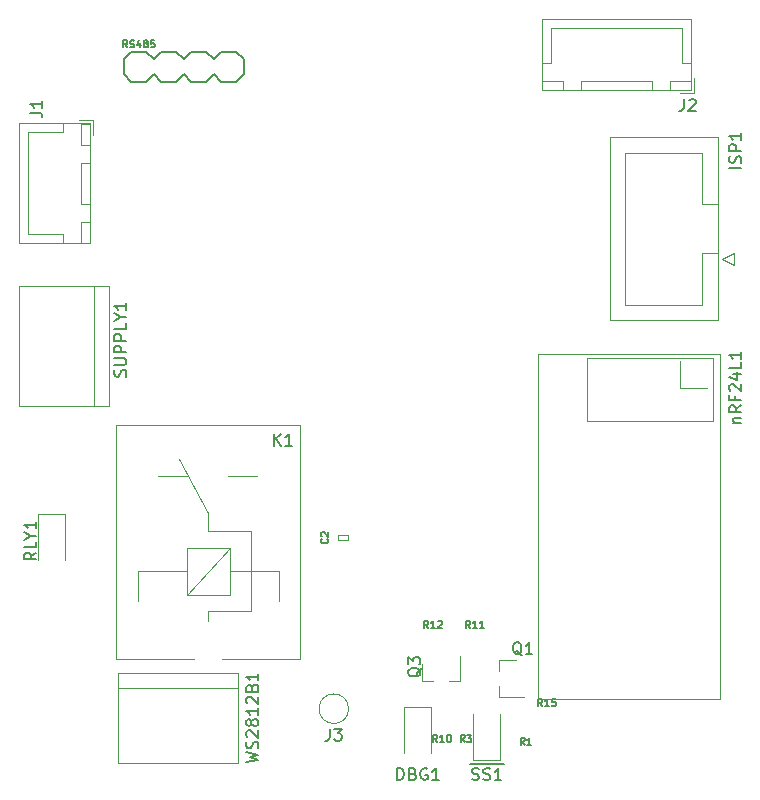
<source format=gbr>
%TF.GenerationSoftware,KiCad,Pcbnew,5.1.9+dfsg1-1*%
%TF.CreationDate,2021-08-27T09:59:16+02:00*%
%TF.ProjectId,ws2812b_ctrl_RF,77733238-3132-4625-9f63-74726c5f5246,rev?*%
%TF.SameCoordinates,Original*%
%TF.FileFunction,Legend,Top*%
%TF.FilePolarity,Positive*%
%FSLAX46Y46*%
G04 Gerber Fmt 4.6, Leading zero omitted, Abs format (unit mm)*
G04 Created by KiCad (PCBNEW 5.1.9+dfsg1-1) date 2021-08-27 09:59:16*
%MOMM*%
%LPD*%
G01*
G04 APERTURE LIST*
%ADD10C,0.120000*%
%ADD11C,0.203200*%
%ADD12C,0.066040*%
%ADD13C,0.150000*%
%ADD14C,0.127000*%
G04 APERTURE END LIST*
D10*
%TO.C,J3*%
X98279000Y-128778000D02*
G75*
G03*
X98279000Y-128778000I-1251000J0D01*
G01*
%TO.C,ISP1*%
X130918000Y-90178000D02*
X129918000Y-90678000D01*
X130918000Y-91178000D02*
X130918000Y-90178000D01*
X129918000Y-90678000D02*
X130918000Y-91178000D01*
X128218000Y-86088000D02*
X129528000Y-86088000D01*
X128218000Y-86088000D02*
X128218000Y-86088000D01*
X128218000Y-81688000D02*
X128218000Y-86088000D01*
X121718000Y-81688000D02*
X128218000Y-81688000D01*
X121718000Y-94588000D02*
X121718000Y-81688000D01*
X128218000Y-94588000D02*
X121718000Y-94588000D01*
X128218000Y-90188000D02*
X128218000Y-94588000D01*
X129528000Y-90188000D02*
X128218000Y-90188000D01*
X129528000Y-80388000D02*
X129528000Y-95888000D01*
X120408000Y-80388000D02*
X129528000Y-80388000D01*
X120408000Y-95888000D02*
X120408000Y-80388000D01*
X129528000Y-95888000D02*
X120408000Y-95888000D01*
%TO.C,J2*%
X127564000Y-76664000D02*
X127564000Y-75414000D01*
X126314000Y-76664000D02*
X127564000Y-76664000D01*
X115414000Y-71164000D02*
X120964000Y-71164000D01*
X115414000Y-74114000D02*
X115414000Y-71164000D01*
X114664000Y-74114000D02*
X115414000Y-74114000D01*
X126514000Y-71164000D02*
X120964000Y-71164000D01*
X126514000Y-74114000D02*
X126514000Y-71164000D01*
X127264000Y-74114000D02*
X126514000Y-74114000D01*
X114664000Y-76364000D02*
X116464000Y-76364000D01*
X114664000Y-75614000D02*
X114664000Y-76364000D01*
X116464000Y-75614000D02*
X114664000Y-75614000D01*
X116464000Y-76364000D02*
X116464000Y-75614000D01*
X125464000Y-76364000D02*
X127264000Y-76364000D01*
X125464000Y-75614000D02*
X125464000Y-76364000D01*
X127264000Y-75614000D02*
X125464000Y-75614000D01*
X127264000Y-76364000D02*
X127264000Y-75614000D01*
X117964000Y-76364000D02*
X123964000Y-76364000D01*
X117964000Y-75614000D02*
X117964000Y-76364000D01*
X123964000Y-75614000D02*
X117964000Y-75614000D01*
X123964000Y-76364000D02*
X123964000Y-75614000D01*
X114654000Y-76374000D02*
X127274000Y-76374000D01*
X114654000Y-70404000D02*
X114654000Y-76374000D01*
X127274000Y-70404000D02*
X114654000Y-70404000D01*
X127274000Y-76374000D02*
X127274000Y-70404000D01*
%TO.C,J1*%
X76664000Y-78938000D02*
X75414000Y-78938000D01*
X76664000Y-80188000D02*
X76664000Y-78938000D01*
X71164000Y-88588000D02*
X71164000Y-84288000D01*
X74114000Y-88588000D02*
X71164000Y-88588000D01*
X74114000Y-89338000D02*
X74114000Y-88588000D01*
X71164000Y-79988000D02*
X71164000Y-84288000D01*
X74114000Y-79988000D02*
X71164000Y-79988000D01*
X74114000Y-79238000D02*
X74114000Y-79988000D01*
X76364000Y-89338000D02*
X76364000Y-87538000D01*
X75614000Y-89338000D02*
X76364000Y-89338000D01*
X75614000Y-87538000D02*
X75614000Y-89338000D01*
X76364000Y-87538000D02*
X75614000Y-87538000D01*
X76364000Y-81038000D02*
X76364000Y-79238000D01*
X75614000Y-81038000D02*
X76364000Y-81038000D01*
X75614000Y-79238000D02*
X75614000Y-81038000D01*
X76364000Y-79238000D02*
X75614000Y-79238000D01*
X76364000Y-86038000D02*
X76364000Y-82538000D01*
X75614000Y-86038000D02*
X76364000Y-86038000D01*
X75614000Y-82538000D02*
X75614000Y-86038000D01*
X76364000Y-82538000D02*
X75614000Y-82538000D01*
X76374000Y-89348000D02*
X76374000Y-79228000D01*
X70404000Y-89348000D02*
X76374000Y-89348000D01*
X70404000Y-79228000D02*
X70404000Y-89348000D01*
X76374000Y-79228000D02*
X70404000Y-79228000D01*
D11*
%TO.C,RS485*%
X89408000Y-73787000D02*
X89408000Y-75057000D01*
X81153000Y-75692000D02*
X79883000Y-75692000D01*
X79248000Y-75057000D02*
X79883000Y-75692000D01*
X79883000Y-73152000D02*
X79248000Y-73787000D01*
X79248000Y-73787000D02*
X79248000Y-75057000D01*
X82423000Y-75692000D02*
X81788000Y-75057000D01*
X83693000Y-75692000D02*
X82423000Y-75692000D01*
X84328000Y-75057000D02*
X83693000Y-75692000D01*
X83693000Y-73152000D02*
X84328000Y-73787000D01*
X82423000Y-73152000D02*
X83693000Y-73152000D01*
X81788000Y-73787000D02*
X82423000Y-73152000D01*
X81788000Y-75057000D02*
X81153000Y-75692000D01*
X81153000Y-73152000D02*
X81788000Y-73787000D01*
X79883000Y-73152000D02*
X81153000Y-73152000D01*
X88773000Y-75692000D02*
X87503000Y-75692000D01*
X86868000Y-75057000D02*
X87503000Y-75692000D01*
X87503000Y-73152000D02*
X86868000Y-73787000D01*
X84963000Y-75692000D02*
X84328000Y-75057000D01*
X86233000Y-75692000D02*
X84963000Y-75692000D01*
X86868000Y-75057000D02*
X86233000Y-75692000D01*
X86233000Y-73152000D02*
X86868000Y-73787000D01*
X84963000Y-73152000D02*
X86233000Y-73152000D01*
X84328000Y-73787000D02*
X84963000Y-73152000D01*
X89408000Y-75057000D02*
X88773000Y-75692000D01*
X88773000Y-73152000D02*
X89408000Y-73787000D01*
X87503000Y-73152000D02*
X88773000Y-73152000D01*
D10*
%TO.C,Q3*%
X104526000Y-126474000D02*
X104526000Y-125014000D01*
X107686000Y-126474000D02*
X107686000Y-124314000D01*
X107686000Y-126474000D02*
X106756000Y-126474000D01*
X104526000Y-126474000D02*
X105456000Y-126474000D01*
%TO.C,DBG1*%
X103005000Y-128655000D02*
X103005000Y-132540000D01*
X105275000Y-128655000D02*
X103005000Y-128655000D01*
X105275000Y-132540000D02*
X105275000Y-128655000D01*
%TO.C,WS2812B1*%
X88900000Y-125730000D02*
X78740000Y-125730000D01*
X88900000Y-133350000D02*
X88900000Y-125730000D01*
X78740000Y-133350000D02*
X88900000Y-133350000D01*
X78740000Y-125730000D02*
X78740000Y-133350000D01*
X78740000Y-127000000D02*
X88900000Y-127000000D01*
%TO.C,SUPPLY1*%
X77978000Y-103124000D02*
X77978000Y-92964000D01*
X70358000Y-103124000D02*
X77978000Y-103124000D01*
X70358000Y-92964000D02*
X70358000Y-103124000D01*
X77978000Y-92964000D02*
X70358000Y-92964000D01*
X76708000Y-92964000D02*
X76708000Y-103124000D01*
D12*
%TO.C,C2*%
X98188780Y-114498120D02*
X97391220Y-114498120D01*
X97391220Y-114498120D02*
X97391220Y-114101880D01*
X98188780Y-114101880D02*
X97391220Y-114101880D01*
X98188780Y-114498120D02*
X98188780Y-114101880D01*
D10*
%TO.C,K1*%
X88210000Y-115140000D02*
X88210000Y-119140000D01*
X84610000Y-115140000D02*
X88210000Y-115140000D01*
X84610000Y-119140000D02*
X84610000Y-115140000D01*
X88210000Y-119140000D02*
X84610000Y-119140000D01*
X88210000Y-115140000D02*
X84610000Y-119140000D01*
X88210000Y-117140000D02*
X92410000Y-117140000D01*
X80410000Y-117140000D02*
X84610000Y-117140000D01*
X86410000Y-120540000D02*
X90010000Y-120540000D01*
X86410000Y-113740000D02*
X90010000Y-113740000D01*
X90010000Y-113740000D02*
X90010000Y-120540000D01*
X86410000Y-112240000D02*
X83910000Y-107640000D01*
X86410000Y-113740000D02*
X86410000Y-112240000D01*
X80410000Y-117140000D02*
X80410000Y-119640000D01*
X86410000Y-120540000D02*
X86410000Y-121340000D01*
X92410000Y-119640000D02*
X92410000Y-117140000D01*
X82160000Y-109040000D02*
X84660000Y-109040000D01*
X90560000Y-109040000D02*
X88110000Y-109040000D01*
X94160000Y-104790000D02*
X94160000Y-124590000D01*
X78560000Y-104790000D02*
X94160000Y-104790000D01*
X78560000Y-124590000D02*
X78560000Y-104790000D01*
X78560000Y-124590000D02*
X85160000Y-124590000D01*
X87560000Y-124590000D02*
X94160000Y-124590000D01*
%TO.C,nRF24L1*%
X129159000Y-99060000D02*
X129159000Y-99060000D01*
X118491000Y-99060000D02*
X129159000Y-99060000D01*
X129735000Y-98730000D02*
X129735000Y-98730000D01*
X114285000Y-98730000D02*
X129735000Y-98730000D01*
X114285000Y-127930000D02*
X114285000Y-98730000D01*
X129735000Y-127930000D02*
X114285000Y-127930000D01*
X129735000Y-98730000D02*
X129735000Y-127930000D01*
X126365000Y-99314000D02*
X126365000Y-99314000D01*
X126365000Y-101600000D02*
X126365000Y-99314000D01*
X128651000Y-101600000D02*
X126365000Y-101600000D01*
X118491000Y-99060000D02*
X118491000Y-99060000D01*
X118491000Y-104394000D02*
X118491000Y-99060000D01*
X129159000Y-104394000D02*
X118491000Y-104394000D01*
X129159000Y-99060000D02*
X129159000Y-104394000D01*
%TO.C,Q1*%
X110984000Y-124658000D02*
X110984000Y-125588000D01*
X110984000Y-127818000D02*
X110984000Y-126888000D01*
X110984000Y-127818000D02*
X113144000Y-127818000D01*
X110984000Y-124658000D02*
X112444000Y-124658000D01*
%TO.C,RLY1*%
X74287000Y-116154000D02*
X74287000Y-112269000D01*
X74287000Y-112269000D02*
X72017000Y-112269000D01*
X72017000Y-112269000D02*
X72017000Y-116154000D01*
%TO.C,~SS1*%
X111117000Y-133095000D02*
X111117000Y-129210000D01*
X108847000Y-133095000D02*
X111117000Y-133095000D01*
X108847000Y-129210000D02*
X108847000Y-133095000D01*
%TO.C,J3*%
D13*
X96694666Y-130480380D02*
X96694666Y-131194666D01*
X96647047Y-131337523D01*
X96551809Y-131432761D01*
X96408952Y-131480380D01*
X96313714Y-131480380D01*
X97075619Y-130480380D02*
X97694666Y-130480380D01*
X97361333Y-130861333D01*
X97504190Y-130861333D01*
X97599428Y-130908952D01*
X97647047Y-130956571D01*
X97694666Y-131051809D01*
X97694666Y-131289904D01*
X97647047Y-131385142D01*
X97599428Y-131432761D01*
X97504190Y-131480380D01*
X97218476Y-131480380D01*
X97123238Y-131432761D01*
X97075619Y-131385142D01*
%TO.C,ISP1*%
X131516380Y-82986380D02*
X130516380Y-82986380D01*
X131468761Y-82557809D02*
X131516380Y-82414952D01*
X131516380Y-82176857D01*
X131468761Y-82081619D01*
X131421142Y-82034000D01*
X131325904Y-81986380D01*
X131230666Y-81986380D01*
X131135428Y-82034000D01*
X131087809Y-82081619D01*
X131040190Y-82176857D01*
X130992571Y-82367333D01*
X130944952Y-82462571D01*
X130897333Y-82510190D01*
X130802095Y-82557809D01*
X130706857Y-82557809D01*
X130611619Y-82510190D01*
X130564000Y-82462571D01*
X130516380Y-82367333D01*
X130516380Y-82129238D01*
X130564000Y-81986380D01*
X131516380Y-81557809D02*
X130516380Y-81557809D01*
X130516380Y-81176857D01*
X130564000Y-81081619D01*
X130611619Y-81034000D01*
X130706857Y-80986380D01*
X130849714Y-80986380D01*
X130944952Y-81034000D01*
X130992571Y-81081619D01*
X131040190Y-81176857D01*
X131040190Y-81557809D01*
X131516380Y-80034000D02*
X131516380Y-80605428D01*
X131516380Y-80319714D02*
X130516380Y-80319714D01*
X130659238Y-80414952D01*
X130754476Y-80510190D01*
X130802095Y-80605428D01*
%TO.C,J2*%
X126666666Y-77176380D02*
X126666666Y-77890666D01*
X126619047Y-78033523D01*
X126523809Y-78128761D01*
X126380952Y-78176380D01*
X126285714Y-78176380D01*
X127095238Y-77271619D02*
X127142857Y-77224000D01*
X127238095Y-77176380D01*
X127476190Y-77176380D01*
X127571428Y-77224000D01*
X127619047Y-77271619D01*
X127666666Y-77366857D01*
X127666666Y-77462095D01*
X127619047Y-77604952D01*
X127047619Y-78176380D01*
X127666666Y-78176380D01*
%TO.C,J1*%
X71334380Y-78311333D02*
X72048666Y-78311333D01*
X72191523Y-78358952D01*
X72286761Y-78454190D01*
X72334380Y-78597047D01*
X72334380Y-78692285D01*
X72334380Y-77311333D02*
X72334380Y-77882761D01*
X72334380Y-77597047D02*
X71334380Y-77597047D01*
X71477238Y-77692285D01*
X71572476Y-77787523D01*
X71620095Y-77882761D01*
%TO.C,RS485*%
D14*
X79545542Y-72792771D02*
X79342342Y-72502485D01*
X79197200Y-72792771D02*
X79197200Y-72183171D01*
X79429428Y-72183171D01*
X79487485Y-72212200D01*
X79516514Y-72241228D01*
X79545542Y-72299285D01*
X79545542Y-72386371D01*
X79516514Y-72444428D01*
X79487485Y-72473457D01*
X79429428Y-72502485D01*
X79197200Y-72502485D01*
X79777771Y-72763742D02*
X79864857Y-72792771D01*
X80010000Y-72792771D01*
X80068057Y-72763742D01*
X80097085Y-72734714D01*
X80126114Y-72676657D01*
X80126114Y-72618600D01*
X80097085Y-72560542D01*
X80068057Y-72531514D01*
X80010000Y-72502485D01*
X79893885Y-72473457D01*
X79835828Y-72444428D01*
X79806800Y-72415400D01*
X79777771Y-72357342D01*
X79777771Y-72299285D01*
X79806800Y-72241228D01*
X79835828Y-72212200D01*
X79893885Y-72183171D01*
X80039028Y-72183171D01*
X80126114Y-72212200D01*
X80648628Y-72386371D02*
X80648628Y-72792771D01*
X80503485Y-72154142D02*
X80358342Y-72589571D01*
X80735714Y-72589571D01*
X81055028Y-72444428D02*
X80996971Y-72415400D01*
X80967942Y-72386371D01*
X80938914Y-72328314D01*
X80938914Y-72299285D01*
X80967942Y-72241228D01*
X80996971Y-72212200D01*
X81055028Y-72183171D01*
X81171142Y-72183171D01*
X81229200Y-72212200D01*
X81258228Y-72241228D01*
X81287257Y-72299285D01*
X81287257Y-72328314D01*
X81258228Y-72386371D01*
X81229200Y-72415400D01*
X81171142Y-72444428D01*
X81055028Y-72444428D01*
X80996971Y-72473457D01*
X80967942Y-72502485D01*
X80938914Y-72560542D01*
X80938914Y-72676657D01*
X80967942Y-72734714D01*
X80996971Y-72763742D01*
X81055028Y-72792771D01*
X81171142Y-72792771D01*
X81229200Y-72763742D01*
X81258228Y-72734714D01*
X81287257Y-72676657D01*
X81287257Y-72560542D01*
X81258228Y-72502485D01*
X81229200Y-72473457D01*
X81171142Y-72444428D01*
X81838800Y-72183171D02*
X81548514Y-72183171D01*
X81519485Y-72473457D01*
X81548514Y-72444428D01*
X81606571Y-72415400D01*
X81751714Y-72415400D01*
X81809771Y-72444428D01*
X81838800Y-72473457D01*
X81867828Y-72531514D01*
X81867828Y-72676657D01*
X81838800Y-72734714D01*
X81809771Y-72763742D01*
X81751714Y-72792771D01*
X81606571Y-72792771D01*
X81548514Y-72763742D01*
X81519485Y-72734714D01*
%TO.C,R1*%
X113182400Y-131847771D02*
X112979200Y-131557485D01*
X112834057Y-131847771D02*
X112834057Y-131238171D01*
X113066285Y-131238171D01*
X113124342Y-131267200D01*
X113153371Y-131296228D01*
X113182400Y-131354285D01*
X113182400Y-131441371D01*
X113153371Y-131499428D01*
X113124342Y-131528457D01*
X113066285Y-131557485D01*
X112834057Y-131557485D01*
X113762971Y-131847771D02*
X113414628Y-131847771D01*
X113588800Y-131847771D02*
X113588800Y-131238171D01*
X113530742Y-131325257D01*
X113472685Y-131383314D01*
X113414628Y-131412342D01*
%TO.C,R15*%
X114670114Y-128545771D02*
X114466914Y-128255485D01*
X114321771Y-128545771D02*
X114321771Y-127936171D01*
X114554000Y-127936171D01*
X114612057Y-127965200D01*
X114641085Y-127994228D01*
X114670114Y-128052285D01*
X114670114Y-128139371D01*
X114641085Y-128197428D01*
X114612057Y-128226457D01*
X114554000Y-128255485D01*
X114321771Y-128255485D01*
X115250685Y-128545771D02*
X114902342Y-128545771D01*
X115076514Y-128545771D02*
X115076514Y-127936171D01*
X115018457Y-128023257D01*
X114960400Y-128081314D01*
X114902342Y-128110342D01*
X115802228Y-127936171D02*
X115511942Y-127936171D01*
X115482914Y-128226457D01*
X115511942Y-128197428D01*
X115570000Y-128168400D01*
X115715142Y-128168400D01*
X115773200Y-128197428D01*
X115802228Y-128226457D01*
X115831257Y-128284514D01*
X115831257Y-128429657D01*
X115802228Y-128487714D01*
X115773200Y-128516742D01*
X115715142Y-128545771D01*
X115570000Y-128545771D01*
X115511942Y-128516742D01*
X115482914Y-128487714D01*
%TO.C,R12*%
X105018114Y-121941771D02*
X104814914Y-121651485D01*
X104669771Y-121941771D02*
X104669771Y-121332171D01*
X104902000Y-121332171D01*
X104960057Y-121361200D01*
X104989085Y-121390228D01*
X105018114Y-121448285D01*
X105018114Y-121535371D01*
X104989085Y-121593428D01*
X104960057Y-121622457D01*
X104902000Y-121651485D01*
X104669771Y-121651485D01*
X105598685Y-121941771D02*
X105250342Y-121941771D01*
X105424514Y-121941771D02*
X105424514Y-121332171D01*
X105366457Y-121419257D01*
X105308400Y-121477314D01*
X105250342Y-121506342D01*
X105830914Y-121390228D02*
X105859942Y-121361200D01*
X105918000Y-121332171D01*
X106063142Y-121332171D01*
X106121200Y-121361200D01*
X106150228Y-121390228D01*
X106179257Y-121448285D01*
X106179257Y-121506342D01*
X106150228Y-121593428D01*
X105801885Y-121941771D01*
X106179257Y-121941771D01*
%TO.C,R11*%
X108574114Y-121941771D02*
X108370914Y-121651485D01*
X108225771Y-121941771D02*
X108225771Y-121332171D01*
X108458000Y-121332171D01*
X108516057Y-121361200D01*
X108545085Y-121390228D01*
X108574114Y-121448285D01*
X108574114Y-121535371D01*
X108545085Y-121593428D01*
X108516057Y-121622457D01*
X108458000Y-121651485D01*
X108225771Y-121651485D01*
X109154685Y-121941771D02*
X108806342Y-121941771D01*
X108980514Y-121941771D02*
X108980514Y-121332171D01*
X108922457Y-121419257D01*
X108864400Y-121477314D01*
X108806342Y-121506342D01*
X109735257Y-121941771D02*
X109386914Y-121941771D01*
X109561085Y-121941771D02*
X109561085Y-121332171D01*
X109503028Y-121419257D01*
X109444971Y-121477314D01*
X109386914Y-121506342D01*
%TO.C,R10*%
X105780114Y-131593771D02*
X105576914Y-131303485D01*
X105431771Y-131593771D02*
X105431771Y-130984171D01*
X105664000Y-130984171D01*
X105722057Y-131013200D01*
X105751085Y-131042228D01*
X105780114Y-131100285D01*
X105780114Y-131187371D01*
X105751085Y-131245428D01*
X105722057Y-131274457D01*
X105664000Y-131303485D01*
X105431771Y-131303485D01*
X106360685Y-131593771D02*
X106012342Y-131593771D01*
X106186514Y-131593771D02*
X106186514Y-130984171D01*
X106128457Y-131071257D01*
X106070400Y-131129314D01*
X106012342Y-131158342D01*
X106738057Y-130984171D02*
X106796114Y-130984171D01*
X106854171Y-131013200D01*
X106883200Y-131042228D01*
X106912228Y-131100285D01*
X106941257Y-131216400D01*
X106941257Y-131361542D01*
X106912228Y-131477657D01*
X106883200Y-131535714D01*
X106854171Y-131564742D01*
X106796114Y-131593771D01*
X106738057Y-131593771D01*
X106680000Y-131564742D01*
X106650971Y-131535714D01*
X106621942Y-131477657D01*
X106592914Y-131361542D01*
X106592914Y-131216400D01*
X106621942Y-131100285D01*
X106650971Y-131042228D01*
X106680000Y-131013200D01*
X106738057Y-130984171D01*
%TO.C,Q3*%
D13*
X104433619Y-125317238D02*
X104386000Y-125412476D01*
X104290761Y-125507714D01*
X104147904Y-125650571D01*
X104100285Y-125745809D01*
X104100285Y-125841047D01*
X104338380Y-125793428D02*
X104290761Y-125888666D01*
X104195523Y-125983904D01*
X104005047Y-126031523D01*
X103671714Y-126031523D01*
X103481238Y-125983904D01*
X103386000Y-125888666D01*
X103338380Y-125793428D01*
X103338380Y-125602952D01*
X103386000Y-125507714D01*
X103481238Y-125412476D01*
X103671714Y-125364857D01*
X104005047Y-125364857D01*
X104195523Y-125412476D01*
X104290761Y-125507714D01*
X104338380Y-125602952D01*
X104338380Y-125793428D01*
X103338380Y-125031523D02*
X103338380Y-124412476D01*
X103719333Y-124745809D01*
X103719333Y-124602952D01*
X103766952Y-124507714D01*
X103814571Y-124460095D01*
X103909809Y-124412476D01*
X104147904Y-124412476D01*
X104243142Y-124460095D01*
X104290761Y-124507714D01*
X104338380Y-124602952D01*
X104338380Y-124888666D01*
X104290761Y-124983904D01*
X104243142Y-125031523D01*
%TO.C,DBG1*%
X102401904Y-134818380D02*
X102401904Y-133818380D01*
X102640000Y-133818380D01*
X102782857Y-133866000D01*
X102878095Y-133961238D01*
X102925714Y-134056476D01*
X102973333Y-134246952D01*
X102973333Y-134389809D01*
X102925714Y-134580285D01*
X102878095Y-134675523D01*
X102782857Y-134770761D01*
X102640000Y-134818380D01*
X102401904Y-134818380D01*
X103735238Y-134294571D02*
X103878095Y-134342190D01*
X103925714Y-134389809D01*
X103973333Y-134485047D01*
X103973333Y-134627904D01*
X103925714Y-134723142D01*
X103878095Y-134770761D01*
X103782857Y-134818380D01*
X103401904Y-134818380D01*
X103401904Y-133818380D01*
X103735238Y-133818380D01*
X103830476Y-133866000D01*
X103878095Y-133913619D01*
X103925714Y-134008857D01*
X103925714Y-134104095D01*
X103878095Y-134199333D01*
X103830476Y-134246952D01*
X103735238Y-134294571D01*
X103401904Y-134294571D01*
X104925714Y-133866000D02*
X104830476Y-133818380D01*
X104687619Y-133818380D01*
X104544761Y-133866000D01*
X104449523Y-133961238D01*
X104401904Y-134056476D01*
X104354285Y-134246952D01*
X104354285Y-134389809D01*
X104401904Y-134580285D01*
X104449523Y-134675523D01*
X104544761Y-134770761D01*
X104687619Y-134818380D01*
X104782857Y-134818380D01*
X104925714Y-134770761D01*
X104973333Y-134723142D01*
X104973333Y-134389809D01*
X104782857Y-134389809D01*
X105925714Y-134818380D02*
X105354285Y-134818380D01*
X105640000Y-134818380D02*
X105640000Y-133818380D01*
X105544761Y-133961238D01*
X105449523Y-134056476D01*
X105354285Y-134104095D01*
%TO.C,WS2812B1*%
X89622380Y-133325714D02*
X90622380Y-133087619D01*
X89908095Y-132897142D01*
X90622380Y-132706666D01*
X89622380Y-132468571D01*
X90574761Y-132135238D02*
X90622380Y-131992380D01*
X90622380Y-131754285D01*
X90574761Y-131659047D01*
X90527142Y-131611428D01*
X90431904Y-131563809D01*
X90336666Y-131563809D01*
X90241428Y-131611428D01*
X90193809Y-131659047D01*
X90146190Y-131754285D01*
X90098571Y-131944761D01*
X90050952Y-132040000D01*
X90003333Y-132087619D01*
X89908095Y-132135238D01*
X89812857Y-132135238D01*
X89717619Y-132087619D01*
X89670000Y-132040000D01*
X89622380Y-131944761D01*
X89622380Y-131706666D01*
X89670000Y-131563809D01*
X89717619Y-131182857D02*
X89670000Y-131135238D01*
X89622380Y-131040000D01*
X89622380Y-130801904D01*
X89670000Y-130706666D01*
X89717619Y-130659047D01*
X89812857Y-130611428D01*
X89908095Y-130611428D01*
X90050952Y-130659047D01*
X90622380Y-131230476D01*
X90622380Y-130611428D01*
X90050952Y-130040000D02*
X90003333Y-130135238D01*
X89955714Y-130182857D01*
X89860476Y-130230476D01*
X89812857Y-130230476D01*
X89717619Y-130182857D01*
X89670000Y-130135238D01*
X89622380Y-130040000D01*
X89622380Y-129849523D01*
X89670000Y-129754285D01*
X89717619Y-129706666D01*
X89812857Y-129659047D01*
X89860476Y-129659047D01*
X89955714Y-129706666D01*
X90003333Y-129754285D01*
X90050952Y-129849523D01*
X90050952Y-130040000D01*
X90098571Y-130135238D01*
X90146190Y-130182857D01*
X90241428Y-130230476D01*
X90431904Y-130230476D01*
X90527142Y-130182857D01*
X90574761Y-130135238D01*
X90622380Y-130040000D01*
X90622380Y-129849523D01*
X90574761Y-129754285D01*
X90527142Y-129706666D01*
X90431904Y-129659047D01*
X90241428Y-129659047D01*
X90146190Y-129706666D01*
X90098571Y-129754285D01*
X90050952Y-129849523D01*
X90622380Y-128706666D02*
X90622380Y-129278095D01*
X90622380Y-128992380D02*
X89622380Y-128992380D01*
X89765238Y-129087619D01*
X89860476Y-129182857D01*
X89908095Y-129278095D01*
X89717619Y-128325714D02*
X89670000Y-128278095D01*
X89622380Y-128182857D01*
X89622380Y-127944761D01*
X89670000Y-127849523D01*
X89717619Y-127801904D01*
X89812857Y-127754285D01*
X89908095Y-127754285D01*
X90050952Y-127801904D01*
X90622380Y-128373333D01*
X90622380Y-127754285D01*
X90098571Y-126992380D02*
X90146190Y-126849523D01*
X90193809Y-126801904D01*
X90289047Y-126754285D01*
X90431904Y-126754285D01*
X90527142Y-126801904D01*
X90574761Y-126849523D01*
X90622380Y-126944761D01*
X90622380Y-127325714D01*
X89622380Y-127325714D01*
X89622380Y-126992380D01*
X89670000Y-126897142D01*
X89717619Y-126849523D01*
X89812857Y-126801904D01*
X89908095Y-126801904D01*
X90003333Y-126849523D01*
X90050952Y-126897142D01*
X90098571Y-126992380D01*
X90098571Y-127325714D01*
X90622380Y-125801904D02*
X90622380Y-126373333D01*
X90622380Y-126087619D02*
X89622380Y-126087619D01*
X89765238Y-126182857D01*
X89860476Y-126278095D01*
X89908095Y-126373333D01*
%TO.C,SUPPLY1*%
X79398761Y-100655047D02*
X79446380Y-100512190D01*
X79446380Y-100274095D01*
X79398761Y-100178857D01*
X79351142Y-100131238D01*
X79255904Y-100083619D01*
X79160666Y-100083619D01*
X79065428Y-100131238D01*
X79017809Y-100178857D01*
X78970190Y-100274095D01*
X78922571Y-100464571D01*
X78874952Y-100559809D01*
X78827333Y-100607428D01*
X78732095Y-100655047D01*
X78636857Y-100655047D01*
X78541619Y-100607428D01*
X78494000Y-100559809D01*
X78446380Y-100464571D01*
X78446380Y-100226476D01*
X78494000Y-100083619D01*
X78446380Y-99655047D02*
X79255904Y-99655047D01*
X79351142Y-99607428D01*
X79398761Y-99559809D01*
X79446380Y-99464571D01*
X79446380Y-99274095D01*
X79398761Y-99178857D01*
X79351142Y-99131238D01*
X79255904Y-99083619D01*
X78446380Y-99083619D01*
X79446380Y-98607428D02*
X78446380Y-98607428D01*
X78446380Y-98226476D01*
X78494000Y-98131238D01*
X78541619Y-98083619D01*
X78636857Y-98036000D01*
X78779714Y-98036000D01*
X78874952Y-98083619D01*
X78922571Y-98131238D01*
X78970190Y-98226476D01*
X78970190Y-98607428D01*
X79446380Y-97607428D02*
X78446380Y-97607428D01*
X78446380Y-97226476D01*
X78494000Y-97131238D01*
X78541619Y-97083619D01*
X78636857Y-97036000D01*
X78779714Y-97036000D01*
X78874952Y-97083619D01*
X78922571Y-97131238D01*
X78970190Y-97226476D01*
X78970190Y-97607428D01*
X79446380Y-96131238D02*
X79446380Y-96607428D01*
X78446380Y-96607428D01*
X78970190Y-95607428D02*
X79446380Y-95607428D01*
X78446380Y-95940761D02*
X78970190Y-95607428D01*
X78446380Y-95274095D01*
X79446380Y-94416952D02*
X79446380Y-94988380D01*
X79446380Y-94702666D02*
X78446380Y-94702666D01*
X78589238Y-94797904D01*
X78684476Y-94893142D01*
X78732095Y-94988380D01*
%TO.C,C2*%
D14*
X96483714Y-114401600D02*
X96512742Y-114430628D01*
X96541771Y-114517714D01*
X96541771Y-114575771D01*
X96512742Y-114662857D01*
X96454685Y-114720914D01*
X96396628Y-114749942D01*
X96280514Y-114778971D01*
X96193428Y-114778971D01*
X96077314Y-114749942D01*
X96019257Y-114720914D01*
X95961200Y-114662857D01*
X95932171Y-114575771D01*
X95932171Y-114517714D01*
X95961200Y-114430628D01*
X95990228Y-114401600D01*
X95990228Y-114169371D02*
X95961200Y-114140342D01*
X95932171Y-114082285D01*
X95932171Y-113937142D01*
X95961200Y-113879085D01*
X95990228Y-113850057D01*
X96048285Y-113821028D01*
X96106342Y-113821028D01*
X96193428Y-113850057D01*
X96541771Y-114198400D01*
X96541771Y-113821028D01*
%TO.C,K1*%
D13*
X91971904Y-106497380D02*
X91971904Y-105497380D01*
X92543333Y-106497380D02*
X92114761Y-105925952D01*
X92543333Y-105497380D02*
X91971904Y-106068809D01*
X93495714Y-106497380D02*
X92924285Y-106497380D01*
X93210000Y-106497380D02*
X93210000Y-105497380D01*
X93114761Y-105640238D01*
X93019523Y-105735476D01*
X92924285Y-105783095D01*
%TO.C,nRF24L1*%
X130849714Y-104576190D02*
X131516380Y-104576190D01*
X130944952Y-104576190D02*
X130897333Y-104528571D01*
X130849714Y-104433333D01*
X130849714Y-104290476D01*
X130897333Y-104195238D01*
X130992571Y-104147619D01*
X131516380Y-104147619D01*
X131516380Y-103100000D02*
X131040190Y-103433333D01*
X131516380Y-103671428D02*
X130516380Y-103671428D01*
X130516380Y-103290476D01*
X130564000Y-103195238D01*
X130611619Y-103147619D01*
X130706857Y-103100000D01*
X130849714Y-103100000D01*
X130944952Y-103147619D01*
X130992571Y-103195238D01*
X131040190Y-103290476D01*
X131040190Y-103671428D01*
X130992571Y-102338095D02*
X130992571Y-102671428D01*
X131516380Y-102671428D02*
X130516380Y-102671428D01*
X130516380Y-102195238D01*
X130611619Y-101861904D02*
X130564000Y-101814285D01*
X130516380Y-101719047D01*
X130516380Y-101480952D01*
X130564000Y-101385714D01*
X130611619Y-101338095D01*
X130706857Y-101290476D01*
X130802095Y-101290476D01*
X130944952Y-101338095D01*
X131516380Y-101909523D01*
X131516380Y-101290476D01*
X130849714Y-100433333D02*
X131516380Y-100433333D01*
X130468761Y-100671428D02*
X131183047Y-100909523D01*
X131183047Y-100290476D01*
X131516380Y-99433333D02*
X131516380Y-99909523D01*
X130516380Y-99909523D01*
X131516380Y-98576190D02*
X131516380Y-99147619D01*
X131516380Y-98861904D02*
X130516380Y-98861904D01*
X130659238Y-98957142D01*
X130754476Y-99052380D01*
X130802095Y-99147619D01*
%TO.C,Q1*%
X112934761Y-124245619D02*
X112839523Y-124198000D01*
X112744285Y-124102761D01*
X112601428Y-123959904D01*
X112506190Y-123912285D01*
X112410952Y-123912285D01*
X112458571Y-124150380D02*
X112363333Y-124102761D01*
X112268095Y-124007523D01*
X112220476Y-123817047D01*
X112220476Y-123483714D01*
X112268095Y-123293238D01*
X112363333Y-123198000D01*
X112458571Y-123150380D01*
X112649047Y-123150380D01*
X112744285Y-123198000D01*
X112839523Y-123293238D01*
X112887142Y-123483714D01*
X112887142Y-123817047D01*
X112839523Y-124007523D01*
X112744285Y-124102761D01*
X112649047Y-124150380D01*
X112458571Y-124150380D01*
X113839523Y-124150380D02*
X113268095Y-124150380D01*
X113553809Y-124150380D02*
X113553809Y-123150380D01*
X113458571Y-123293238D01*
X113363333Y-123388476D01*
X113268095Y-123436095D01*
%TO.C,R3*%
D14*
X108102400Y-131593771D02*
X107899200Y-131303485D01*
X107754057Y-131593771D02*
X107754057Y-130984171D01*
X107986285Y-130984171D01*
X108044342Y-131013200D01*
X108073371Y-131042228D01*
X108102400Y-131100285D01*
X108102400Y-131187371D01*
X108073371Y-131245428D01*
X108044342Y-131274457D01*
X107986285Y-131303485D01*
X107754057Y-131303485D01*
X108305600Y-130984171D02*
X108682971Y-130984171D01*
X108479771Y-131216400D01*
X108566857Y-131216400D01*
X108624914Y-131245428D01*
X108653942Y-131274457D01*
X108682971Y-131332514D01*
X108682971Y-131477657D01*
X108653942Y-131535714D01*
X108624914Y-131564742D01*
X108566857Y-131593771D01*
X108392685Y-131593771D01*
X108334628Y-131564742D01*
X108305600Y-131535714D01*
%TO.C,RLY1*%
D13*
X71826380Y-115554000D02*
X71350190Y-115887333D01*
X71826380Y-116125428D02*
X70826380Y-116125428D01*
X70826380Y-115744476D01*
X70874000Y-115649238D01*
X70921619Y-115601619D01*
X71016857Y-115554000D01*
X71159714Y-115554000D01*
X71254952Y-115601619D01*
X71302571Y-115649238D01*
X71350190Y-115744476D01*
X71350190Y-116125428D01*
X71826380Y-114649238D02*
X71826380Y-115125428D01*
X70826380Y-115125428D01*
X71350190Y-114125428D02*
X71826380Y-114125428D01*
X70826380Y-114458761D02*
X71350190Y-114125428D01*
X70826380Y-113792095D01*
X71826380Y-112934952D02*
X71826380Y-113506380D01*
X71826380Y-113220666D02*
X70826380Y-113220666D01*
X70969238Y-113315904D01*
X71064476Y-113411142D01*
X71112095Y-113506380D01*
%TO.C,~SS1*%
X108553428Y-133451000D02*
X109505809Y-133451000D01*
X108743904Y-134770761D02*
X108886761Y-134818380D01*
X109124857Y-134818380D01*
X109220095Y-134770761D01*
X109267714Y-134723142D01*
X109315333Y-134627904D01*
X109315333Y-134532666D01*
X109267714Y-134437428D01*
X109220095Y-134389809D01*
X109124857Y-134342190D01*
X108934380Y-134294571D01*
X108839142Y-134246952D01*
X108791523Y-134199333D01*
X108743904Y-134104095D01*
X108743904Y-134008857D01*
X108791523Y-133913619D01*
X108839142Y-133866000D01*
X108934380Y-133818380D01*
X109172476Y-133818380D01*
X109315333Y-133866000D01*
X109505809Y-133451000D02*
X110458190Y-133451000D01*
X109696285Y-134770761D02*
X109839142Y-134818380D01*
X110077238Y-134818380D01*
X110172476Y-134770761D01*
X110220095Y-134723142D01*
X110267714Y-134627904D01*
X110267714Y-134532666D01*
X110220095Y-134437428D01*
X110172476Y-134389809D01*
X110077238Y-134342190D01*
X109886761Y-134294571D01*
X109791523Y-134246952D01*
X109743904Y-134199333D01*
X109696285Y-134104095D01*
X109696285Y-134008857D01*
X109743904Y-133913619D01*
X109791523Y-133866000D01*
X109886761Y-133818380D01*
X110124857Y-133818380D01*
X110267714Y-133866000D01*
X110458190Y-133451000D02*
X111410571Y-133451000D01*
X111220095Y-134818380D02*
X110648666Y-134818380D01*
X110934380Y-134818380D02*
X110934380Y-133818380D01*
X110839142Y-133961238D01*
X110743904Y-134056476D01*
X110648666Y-134104095D01*
%TD*%
M02*

</source>
